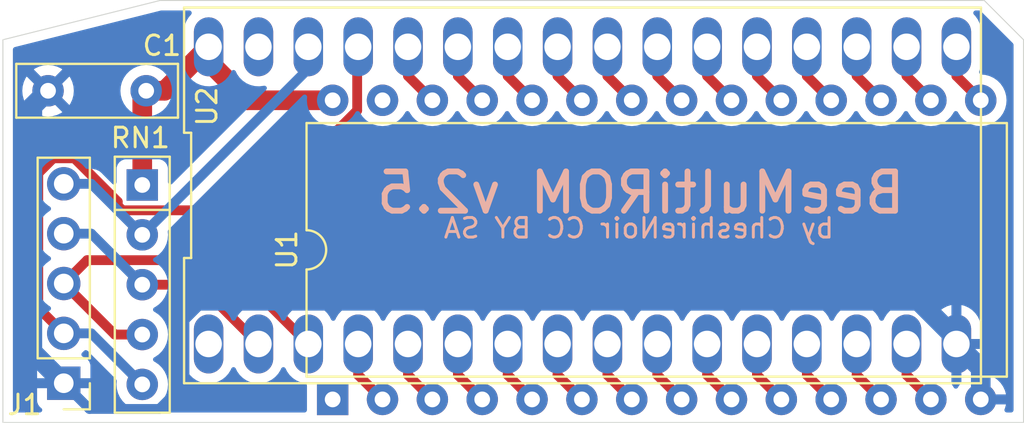
<source format=kicad_pcb>
(kicad_pcb (version 20211014) (generator pcbnew)
  (layers (0 "F.Cu" signal) (31 "B.Cu" signal) (34 "B.Paste" user) (35 "F.Paste" user) (36 "B.SilkS" user "B.Silkscreen") (37 "F.SilkS" user "F.Silkscreen") (38 "B.Mask" user) (39 "F.Mask" user) (44 "Edge.Cuts" user))
  (net 0 "")
  (net 1 "+5V")
  (net 2 "GND")
  (net 3 "Net-(J1-Pad2)")
  (net 4 "Net-(J1-Pad3)")
  (net 5 "Net-(J1-Pad4)")
  (net 6 "Net-(J1-Pad5)")
  (net 8 "Net-(U1-Pad2)")
  (net 9 "Net-(U1-Pad3)")
  (net 10 "Net-(U1-Pad4)")
  (net 11 "Net-(U1-Pad5)")
  (net 12 "Net-(U1-Pad6)")
  (net 13 "Net-(U1-Pad7)")
  (net 14 "Net-(U1-Pad8)")
  (net 15 "Net-(U1-Pad9)")
  (net 16 "Net-(U1-Pad10)")
  (net 17 "Net-(U1-Pad11)")
  (net 18 "Net-(U1-Pad12)")
  (net 19 "Net-(U1-Pad13)")
  (net 20 "Net-(U1-Pad15)")
  (net 21 "Net-(U1-Pad16)")
  (net 22 "Net-(U1-Pad17)")
  (net 23 "Net-(U1-Pad18)")
  (net 24 "Net-(U1-Pad19)")
  (net 25 "Net-(U1-Pad20)")
  (net 26 "Net-(U1-Pad21)")
  (net 27 "Net-(U1-Pad22)")
  (net 28 "Net-(U1-Pad23)")
  (net 29 "Net-(U1-Pad24)")
  (net 30 "Net-(U1-Pad25)")
  (net 31 "Net-(U1-Pad26)")
  (footprint "Package_DIP:DIP-28_W15.24mm" (layer "F.Cu") (at 129.8 140.325 90)
    (fp_text reference "U1" (at 7.62 -2.33 90) (layer "F.SilkS"))
    (fp_text value "27C128")
    (fp_line (start 14.08 34.35) (end 14.08 -1.33) (layer "F.SilkS") (width 0.12))
    (fp_line (start 1.16 -1.33) (end 1.16 34.35) (layer "F.SilkS") (width 0.12))
    (fp_line (start 6.62 -1.33) (end 1.16 -1.33) (layer "F.SilkS") (width 0.12))
    (fp_line (start 1.16 34.35) (end 14.08 34.35) (layer "F.SilkS") (width 0.12))
    (fp_line (start 14.08 -1.33) (end 8.62 -1.33) (layer "F.SilkS") (width 0.12))
    (fp_arc (start 8.62 -1.33) (mid 7.62 -0.33) (end 6.62 -1.33) (layer "F.SilkS") (width 0.12))
    (pad "1" thru_hole rect (at 0 0 90) (size 1.6 1.6) (drill 0.8) (layers *.Cu *.Mask))
    (pad "2" thru_hole oval (at 0 2.54 90) (size 1.6 1.6) (drill 0.8) (layers *.Cu *.Mask) (net 8 "Net-(U1-Pad2)"))
    (pad "3" thru_hole oval (at 0 5.08 90) (size 1.6 1.6) (drill 0.8) (layers *.Cu *.Mask) (net 9 "Net-(U1-Pad3)"))
    (pad "4" thru_hole oval (at 0 7.62 90) (size 1.6 1.6) (drill 0.8) (layers *.Cu *.Mask) (net 10 "Net-(U1-Pad4)"))
    (pad "5" thru_hole oval (at 0 10.16 90) (size 1.6 1.6) (drill 0.8) (layers *.Cu *.Mask) (net 11 "Net-(U1-Pad5)"))
    (pad "6" thru_hole oval (at 0 12.7 90) (size 1.6 1.6) (drill 0.8) (layers *.Cu *.Mask) (net 12 "Net-(U1-Pad6)"))
    (pad "7" thru_hole oval (at 0 15.24 90) (size 1.6 1.6) (drill 0.8) (layers *.Cu *.Mask) (net 13 "Net-(U1-Pad7)"))
    (pad "8" thru_hole oval (at 0 17.78 90) (size 1.6 1.6) (drill 0.8) (layers *.Cu *.Mask) (net 14 "Net-(U1-Pad8)"))
    (pad "9" thru_hole oval (at 0 20.32 90) (size 1.6 1.6) (drill 0.8) (layers *.Cu *.Mask) (net 15 "Net-(U1-Pad9)"))
    (pad "10" thru_hole oval (at 0 22.86 90) (size 1.6 1.6) (drill 0.8) (layers *.Cu *.Mask) (net 16 "Net-(U1-Pad10)"))
    (pad "11" thru_hole oval (at 0 25.4 90) (size 1.6 1.6) (drill 0.8) (layers *.Cu *.Mask) (net 17 "Net-(U1-Pad11)"))
    (pad "12" thru_hole oval (at 0 27.94 90) (size 1.6 1.6) (drill 0.8) (layers *.Cu *.Mask) (net 18 "Net-(U1-Pad12)"))
    (pad "13" thru_hole oval (at 0 30.48 90) (size 1.6 1.6) (drill 0.8) (layers *.Cu *.Mask) (net 19 "Net-(U1-Pad13)"))
    (pad "14" thru_hole oval (at 0 33.02 90) (size 1.6 1.6) (drill 0.8) (layers *.Cu *.Mask) (net 2 "GND"))
    (pad "15" thru_hole oval (at 15.24 33.02 90) (size 1.6 1.6) (drill 0.8) (layers *.Cu *.Mask) (net 20 "Net-(U1-Pad15)"))
    (pad "16" thru_hole oval (at 15.24 30.48 90) (size 1.6 1.6) (drill 0.8) (layers *.Cu *.Mask) (net 21 "Net-(U1-Pad16)"))
    (pad "17" thru_hole oval (at 15.24 27.94 90) (size 1.6 1.6) (drill 0.8) (layers *.Cu *.Mask) (net 22 "Net-(U1-Pad17)"))
    (pad "18" thru_hole oval (at 15.24 25.4 90) (size 1.6 1.6) (drill 0.8) (layers *.Cu *.Mask) (net 23 "Net-(U1-Pad18)"))
    (pad "19" thru_hole oval (at 15.24 22.86 90) (size 1.6 1.6) (drill 0.8) (layers *.Cu *.Mask) (net 24 "Net-(U1-Pad19)"))
    (pad "20" thru_hole oval (at 15.24 20.32 90) (size 1.6 1.6) (drill 0.8) (layers *.Cu *.Mask) (net 25 "Net-(U1-Pad20)"))
    (pad "21" thru_hole oval (at 15.24 17.78 90) (size 1.6 1.6) (drill 0.8) (layers *.Cu *.Mask) (net 26 "Net-(U1-Pad21)"))
    (pad "22" thru_hole oval (at 15.24 15.24 90) (size 1.6 1.6) (drill 0.8) (layers *.Cu *.Mask) (net 27 "Net-(U1-Pad22)"))
    (pad "23" thru_hole oval (at 15.24 12.7 90) (size 1.6 1.6) (drill 0.8) (layers *.Cu *.Mask) (net 28 "Net-(U1-Pad23)"))
    (pad "24" thru_hole oval (at 15.24 10.16 90) (size 1.6 1.6) (drill 0.8) (layers *.Cu *.Mask) (net 29 "Net-(U1-Pad24)"))
    (pad "25" thru_hole oval (at 15.24 7.62 90) (size 1.6 1.6) (drill 0.8) (layers *.Cu *.Mask) (net 30 "Net-(U1-Pad25)"))
    (pad "26" thru_hole oval (at 15.24 5.08 90) (size 1.6 1.6) (drill 0.8) (layers *.Cu *.Mask) (net 31 "Net-(U1-Pad26)"))
    (pad "27" thru_hole oval (at 15.24 2.54 90) (size 1.6 1.6) (drill 0.8) (layers *.Cu *.Mask))
    (pad "28" thru_hole oval (at 15.24 0 90) (size 1.6 1.6) (drill 0.8) (layers *.Cu *.Mask) (net 1 "+5V"))
  )
  (footprint "CheshBits:DIP-32_LP_FATBOY" (layer "F.Cu") (at 142.53 129.93)
    (fp_text reference "U2" (at -19.13 -4.53 90) (layer "F.SilkS"))
    (fp_text value "M27C2001")
    (fp_line (start -20.3 9.569999) (end 20.3 9.57) (layer "F.SilkS") (width 0.12))
    (fp_line (start 20.3 9.57) (end 20.3 -9.569999) (layer "F.SilkS") (width 0.12))
    (fp_line (start -19.94 -3.19) (end -19.94 3.189999) (layer "F.SilkS") (width 0.12))
    (fp_line (start -20.3 -3.19) (end -19.94 -3.19) (layer "F.SilkS") (width 0.12))
    (fp_line (start -20.3 -9.57) (end -20.3 -3.19) (layer "F.SilkS") (width 0.12))
    (fp_line (start 20.3 -9.569999) (end -20.3 -9.57) (layer "F.SilkS") (width 0.12))
    (fp_line (start -20.3 3.189999) (end -20.3 9.569999) (layer "F.SilkS") (width 0.12))
    (fp_line (start -19.94 3.189999) (end -20.3 3.189999) (layer "F.SilkS") (width 0.12))
    (pad "1" thru_hole oval (at -19.05 7.57) (size 1.5 3) (drill 1.35) (layers *.Cu *.Mask))
    (pad "2" thru_hole oval (at -16.51 7.57) (size 1.5 3) (drill 1.35) (layers *.Cu *.Mask) (net 5 "Net-(J1-Pad4)"))
    (pad "3" thru_hole oval (at -13.97 7.57) (size 1.5 3) (drill 1.35) (layers *.Cu *.Mask) (net 4 "Net-(J1-Pad3)"))
    (pad "4" thru_hole oval (at -11.43 7.57) (size 1.5 3) (drill 1.35) (layers *.Cu *.Mask) (net 8 "Net-(U1-Pad2)"))
    (pad "5" thru_hole oval (at -8.89 7.57) (size 1.5 3) (drill 1.35) (layers *.Cu *.Mask) (net 9 "Net-(U1-Pad3)"))
    (pad "6" thru_hole oval (at -6.35 7.57) (size 1.5 3) (drill 1.35) (layers *.Cu *.Mask) (net 10 "Net-(U1-Pad4)"))
    (pad "7" thru_hole oval (at -3.81 7.57) (size 1.5 3) (drill 1.35) (layers *.Cu *.Mask) (net 11 "Net-(U1-Pad5)"))
    (pad "8" thru_hole oval (at -1.27 7.57) (size 1.5 3) (drill 1.35) (layers *.Cu *.Mask) (net 12 "Net-(U1-Pad6)"))
    (pad "9" thru_hole oval (at 1.27 7.57) (size 1.5 3) (drill 1.35) (layers *.Cu *.Mask) (net 13 "Net-(U1-Pad7)"))
    (pad "10" thru_hole oval (at 3.81 7.57) (size 1.5 3) (drill 1.35) (layers *.Cu *.Mask) (net 14 "Net-(U1-Pad8)"))
    (pad "11" thru_hole oval (at 6.35 7.57) (size 1.5 3) (drill 1.35) (layers *.Cu *.Mask) (net 15 "Net-(U1-Pad9)"))
    (pad "12" thru_hole oval (at 8.89 7.57) (size 1.5 3) (drill 1.35) (layers *.Cu *.Mask) (net 16 "Net-(U1-Pad10)"))
    (pad "13" thru_hole oval (at 11.43 7.57) (size 1.5 3) (drill 1.35) (layers *.Cu *.Mask) (net 17 "Net-(U1-Pad11)"))
    (pad "14" thru_hole oval (at 13.97 7.57) (size 1.5 3) (drill 1.35) (layers *.Cu *.Mask) (net 18 "Net-(U1-Pad12)"))
    (pad "15" thru_hole oval (at 16.51 7.57) (size 1.5 3) (drill 1.35) (layers *.Cu *.Mask) (net 19 "Net-(U1-Pad13)"))
    (pad "16" thru_hole oval (at 19.05 7.57) (size 1.5 3) (drill 1.35) (layers *.Cu *.Mask) (net 2 "GND"))
    (pad "17" thru_hole oval (at 19.05 -7.57) (size 1.5 3) (drill 1.35) (layers *.Cu *.Mask) (net 20 "Net-(U1-Pad15)"))
    (pad "18" thru_hole oval (at 16.51 -7.57) (size 1.5 3) (drill 1.35) (layers *.Cu *.Mask) (net 21 "Net-(U1-Pad16)"))
    (pad "19" thru_hole oval (at 13.97 -7.57) (size 1.5 3) (drill 1.35) (layers *.Cu *.Mask) (net 22 "Net-(U1-Pad17)"))
    (pad "20" thru_hole oval (at 11.43 -7.57) (size 1.5 3) (drill 1.35) (layers *.Cu *.Mask) (net 23 "Net-(U1-Pad18)"))
    (pad "21" thru_hole oval (at 8.89 -7.57) (size 1.5 3) (drill 1.35) (layers *.Cu *.Mask) (net 24 "Net-(U1-Pad19)"))
    (pad "22" thru_hole oval (at 6.35 -7.57) (size 1.5 3) (drill 1.35) (layers *.Cu *.Mask) (net 25 "Net-(U1-Pad20)"))
    (pad "23" thru_hole oval (at 3.81 -7.57) (size 1.5 3) (drill 1.35) (layers *.Cu *.Mask) (net 26 "Net-(U1-Pad21)"))
    (pad "24" thru_hole oval (at 1.27 -7.57) (size 1.5 3) (drill 1.35) (layers *.Cu *.Mask) (net 27 "Net-(U1-Pad22)"))
    (pad "25" thru_hole oval (at -1.27 -7.57) (size 1.5 3) (drill 1.35) (layers *.Cu *.Mask) (net 28 "Net-(U1-Pad23)"))
    (pad "26" thru_hole oval (at -3.81 -7.57) (size 1.5 3) (drill 1.35) (layers *.Cu *.Mask) (net 29 "Net-(U1-Pad24)"))
    (pad "27" thru_hole oval (at -6.35 -7.57) (size 1.5 3) (drill 1.35) (layers *.Cu *.Mask) (net 30 "Net-(U1-Pad25)"))
    (pad "28" thru_hole oval (at -8.89 -7.57) (size 1.5 3) (drill 1.35) (layers *.Cu *.Mask) (net 31 "Net-(U1-Pad26)"))
    (pad "29" thru_hole oval (at -11.43 -7.57) (size 1.5 3) (drill 1.35) (layers *.Cu *.Mask) (net 3 "Net-(J1-Pad2)"))
    (pad "30" thru_hole oval (at -13.97 -7.57) (size 1.5 3) (drill 1.35) (layers *.Cu *.Mask) (net 6 "Net-(J1-Pad5)"))
    (pad "31" thru_hole oval (at -16.51 -7.57) (size 1.5 3) (drill 1.35) (layers *.Cu *.Mask))
    (pad "32" thru_hole oval (at -19.05 -7.57) (size 1.5 3) (drill 1.35) (layers *.Cu *.Mask) (net 1 "+5V"))
  )
  (footprint "Connector_PinHeader_2.54mm:PinHeader_1x05_P2.54mm_Vertical" (layer "F.Cu") (at 116.1 139.5 180)
    (fp_text reference "J1" (at 2 -1.1) (layer "F.SilkS"))
    (fp_text value "Conn_01x05")
    (fp_line (start -1.33 1.27) (end -1.33 11.49) (layer "F.SilkS") (width 0.12))
    (fp_line (start 1.33 1.27) (end 1.33 11.49) (layer "F.SilkS") (width 0.12))
    (fp_line (start -1.33 -1.33) (end 0 -1.33) (layer "F.SilkS") (width 0.12))
    (fp_line (start -1.33 0) (end -1.33 -1.33) (layer "F.SilkS") (width 0.12))
    (fp_line (start -1.33 11.49) (end 1.33 11.49) (layer "F.SilkS") (width 0.12))
    (fp_line (start -1.33 1.27) (end 1.33 1.27) (layer "F.SilkS") (width 0.12))
    (pad "1" thru_hole rect (at 0 0 180) (size 1.7 1.7) (drill 1) (layers *.Cu *.Mask) (net 2 "GND"))
    (pad "2" thru_hole oval (at 0 2.54 180) (size 1.7 1.7) (drill 1) (layers *.Cu *.Mask) (net 3 "Net-(J1-Pad2)"))
    (pad "3" thru_hole oval (at 0 5.08 180) (size 1.7 1.7) (drill 1) (layers *.Cu *.Mask) (net 4 "Net-(J1-Pad3)"))
    (pad "4" thru_hole oval (at 0 7.62 180) (size 1.7 1.7) (drill 1) (layers *.Cu *.Mask) (net 5 "Net-(J1-Pad4)"))
    (pad "5" thru_hole oval (at 0 10.16 180) (size 1.7 1.7) (drill 1) (layers *.Cu *.Mask) (net 6 "Net-(J1-Pad5)"))
  )
  (footprint "Resistor_THT:R_Array_SIP5" (layer "F.Cu") (at 120.1 129.4 -90)
    (fp_text reference "RN1" (at -2.4 0.1 180) (layer "F.SilkS"))
    (fp_text value "10k x 4")
    (fp_line (start 1.27 -1.4) (end 1.27 1.4) (layer "F.SilkS") (width 0.12))
    (fp_line (start 11.6 -1.4) (end -1.44 -1.4) (layer "F.SilkS") (width 0.12))
    (fp_line (start -1.44 1.4) (end 11.6 1.4) (layer "F.SilkS") (width 0.12))
    (fp_line (start 11.6 1.4) (end 11.6 -1.4) (layer "F.SilkS") (width 0.12))
    (fp_line (start -1.44 -1.4) (end -1.44 1.4) (layer "F.SilkS") (width 0.12))
    (pad "1" thru_hole rect (at 0 0 270) (size 1.6 1.6) (drill 0.8) (layers *.Cu *.Mask) (net 1 "+5V"))
    (pad "2" thru_hole oval (at 2.54 0 270) (size 1.6 1.6) (drill 0.8) (layers *.Cu *.Mask) (net 6 "Net-(J1-Pad5)"))
    (pad "3" thru_hole oval (at 5.08 0 270) (size 1.6 1.6) (drill 0.8) (layers *.Cu *.Mask) (net 5 "Net-(J1-Pad4)"))
    (pad "4" thru_hole oval (at 7.62 0 270) (size 1.6 1.6) (drill 0.8) (layers *.Cu *.Mask) (net 4 "Net-(J1-Pad3)"))
    (pad "5" thru_hole oval (at 10.16 0 270) (size 1.6 1.6) (drill 0.8) (layers *.Cu *.Mask) (net 3 "Net-(J1-Pad2)"))
  )
  (footprint "Capacitor_THT:C_Disc_D8.0mm_W2.5mm_P5.00mm" (layer "F.Cu") (at 120.3 124.6 180)
    (fp_text reference "C1" (at -0.8 2.3) (layer "F.SilkS"))
    (fp_text value "0.1uF")
    (fp_line (start -1.62 1.37) (end 6.62 1.37) (layer "F.SilkS") (width 0.12))
    (fp_line (start -1.62 -1.37) (end 6.62 -1.37) (layer "F.SilkS") (width 0.12))
    (fp_line (start -1.62 -1.37) (end -1.62 1.37) (layer "F.SilkS") (width 0.12))
    (fp_line (start 6.62 -1.37) (end 6.62 1.37) (layer "F.SilkS") (width 0.12))
    (pad "1" thru_hole circle (at 0 0 180) (size 1.6 1.6) (drill 0.8) (layers *.Cu *.Mask) (net 1 "+5V"))
    (pad "2" thru_hole circle (at 5 0 180) (size 1.6 1.6) (drill 0.8) (layers *.Cu *.Mask) (net 2 "GND"))
  )
  (gr_poly (pts (xy 165 122) (xy 165 141.5) (xy 113 141.5) (xy 113 122) (xy 121 120) (xy 163 120)) (layer "Edge.Cuts") (width 0.05) (fill none))
  (gr_text "BeeMultiROM v2.5" (at 145.5 129.8) (layer "B.SilkS") (effects (font (size 2 2) (thickness 0.3)) (justify mirror)))
  (gr_text "by CheshireNoir CC BY SA" (at 145.4 131.6) (layer "B.SilkS") (effects (font (size 1 1)) (justify mirror)))
  (segment (start 123.48 123.11) (end 123.48 122.36) (width 1) (layer "F.Cu") (net 1))
  (segment (start 125.455 125.085) (end 123.48 123.11) (width 1) (layer "F.Cu") (net 1))
  (segment (start 120.3 124.6) (end 121.24 124.6) (width 1) (layer "F.Cu") (net 1))
  (segment (start 120.1 129.4) (end 120.1 124.8) (width 1) (layer "F.Cu") (net 1))
  (segment (start 120.1 124.8) (end 120.3 124.6) (width 1) (layer "F.Cu") (net 1))
  (segment (start 129.8 125.085) (end 125.455 125.085) (width 1) (layer "F.Cu") (net 1))
  (segment (start 121.24 124.6) (end 123.48 122.36) (width 1) (layer "F.Cu") (net 1))
  (segment (start 161.58 137.24007) (end 161.58 137.5) (width 1) (layer "B.Cu") (net 2))
  (segment (start 114.500001 125.399999) (end 114.500001 137.900001) (width 1) (layer "B.Cu") (net 2))
  (segment (start 115.3 124.6) (end 114.500001 125.399999) (width 1) (layer "B.Cu") (net 2))
  (segment (start 117.409511 140.809511) (end 116.1 139.5) (width 0.5) (layer "B.Cu") (net 2))
  (segment (start 120.971119 140.809511) (end 117.409511 140.809511) (width 0.5) (layer "B.Cu") (net 2))
  (segment (start 122.88007 135.3) (end 159.63993 135.3) (width 1) (layer "B.Cu") (net 2))
  (segment (start 162.82 140.325) (end 162.82 138.74) (width 1) (layer "B.Cu") (net 2))
  (segment (start 122 136.18007) (end 122.88007 135.3) (width 1) (layer "B.Cu") (net 2))
  (segment (start 162.82 138.74) (end 161.58 137.5) (width 1) (layer "B.Cu") (net 2))
  (segment (start 159.63993 135.3) (end 161.58 137.24007) (width 1) (layer "B.Cu") (net 2))
  (segment (start 114.500001 137.900001) (end 116.1 139.5) (width 1) (layer "B.Cu") (net 2))
  (segment (start 122 139.78063) (end 122 136.18007) (width 1) (layer "B.Cu") (net 2))
  (segment (start 122 139.78063) (end 120.971119 140.809511) (width 0.5) (layer "B.Cu") (net 2))
  (segment (start 116.640489 128.040489) (end 118.850489 130.250489) (width 0.5) (layer "F.Cu") (net 3))
  (segment (start 118.850489 130.450489) (end 119.090489 130.690489) (width 0.5) (layer "F.Cu") (net 3))
  (segment (start 119.090489 130.690489) (end 125.961587 130.690489) (width 0.5) (layer "F.Cu") (net 3))
  (segment (start 118.850489 130.250489) (end 118.850489 130.450489) (width 0.5) (layer "F.Cu") (net 3))
  (segment (start 131.049511 122.410489) (end 131.1 122.36) (width 0.5) (layer "F.Cu") (net 3))
  (segment (start 114.800489 128.801724) (end 115.561724 128.040489) (width 0.5) (layer "F.Cu") (net 3))
  (segment (start 115.561724 128.040489) (end 116.640489 128.040489) (width 0.5) (layer "F.Cu") (net 3))
  (segment (start 125.961587 130.690489) (end 131.049511 125.602565) (width 0.5) (layer "F.Cu") (net 3))
  (segment (start 114.800489 135.660489) (end 114.800489 128.801724) (width 0.5) (layer "F.Cu") (net 3))
  (segment (start 131.049511 125.602565) (end 131.049511 122.410489) (width 0.5) (layer "F.Cu") (net 3))
  (segment (start 116.1 136.96) (end 114.800489 135.660489) (width 0.5) (layer "F.Cu") (net 3))
  (segment (start 117.5 136.96) (end 120.1 139.56) (width 0.5) (layer "B.Cu") (net 3))
  (segment (start 116.1 136.96) (end 117.5 136.96) (width 0.5) (layer "B.Cu") (net 3))
  (segment (start 128.56 137.5) (end 124.290489 133.230489) (width 0.5) (layer "F.Cu") (net 4))
  (segment (start 116.1 134.42) (end 118.7 137.02) (width 0.5) (layer "F.Cu") (net 4))
  (segment (start 124.290489 133.230489) (end 117.289511 133.230489) (width 0.5) (layer "F.Cu") (net 4))
  (segment (start 118.7 137.02) (end 120.1 137.02) (width 0.5) (layer "F.Cu") (net 4))
  (segment (start 117.289511 133.230489) (end 116.1 134.42) (width 0.5) (layer "F.Cu") (net 4))
  (segment (start 123 134.48) (end 120.1 134.48) (width 0.5) (layer "F.Cu") (net 5))
  (segment (start 126.02 137.5) (end 123 134.48) (width 0.5) (layer "F.Cu") (net 5))
  (segment (start 116.1 131.88) (end 117.5 131.88) (width 0.5) (layer "B.Cu") (net 5))
  (segment (start 117.5 131.88) (end 120.1 134.48) (width 0.5) (layer "B.Cu") (net 5))
  (segment (start 128.56 123.48) (end 120.1 131.94) (width 0.5) (layer "B.Cu") (net 6))
  (segment (start 117.5 129.34) (end 120.1 131.94) (width 0.5) (layer "B.Cu") (net 6))
  (segment (start 116.1 129.34) (end 117.5 129.34) (width 0.5) (layer "B.Cu") (net 6))
  (segment (start 128.56 122.36) (end 128.56 123.48) (width 0.5) (layer "B.Cu") (net 6))
  (segment (start 131.1 139.085) (end 132.34 140.325) (width 0.5) (layer "F.Cu") (net 8))
  (segment (start 131.1 137.5) (end 131.1 139.085) (width 0.5) (layer "F.Cu") (net 8))
  (segment (start 133.64 139.085) (end 134.88 140.325) (width 0.5) (layer "F.Cu") (net 9))
  (segment (start 133.64 137.5) (end 133.64 139.085) (width 0.5) (layer "F.Cu") (net 9))
  (segment (start 136.18 139.085) (end 137.42 140.325) (width 0.5) (layer "F.Cu") (net 10))
  (segment (start 136.18 137.5) (end 136.18 139.085) (width 0.5) (layer "F.Cu") (net 10))
  (segment (start 138.72 137.5) (end 138.72 139.085) (width 0.5) (layer "F.Cu") (net 11))
  (segment (start 138.72 139.085) (end 139.96 140.325) (width 0.5) (layer "F.Cu") (net 11))
  (segment (start 141.26 139.085) (end 142.5 140.325) (width 0.5) (layer "F.Cu") (net 12))
  (segment (start 141.26 137.5) (end 141.26 139.085) (width 0.5) (layer "F.Cu") (net 12))
  (segment (start 143.8 137.5) (end 143.8 139.085) (width 0.5) (layer "F.Cu") (net 13))
  (segment (start 143.8 139.085) (end 145.04 140.325) (width 0.5) (layer "F.Cu") (net 13))
  (segment (start 146.34 137.5) (end 146.34 139.085) (width 0.5) (layer "F.Cu") (net 14))
  (segment (start 146.34 139.085) (end 147.58 140.325) (width 0.5) (layer "F.Cu") (net 14))
  (segment (start 148.88 137.5) (end 148.88 139.085) (width 0.5) (layer "F.Cu") (net 15))
  (segment (start 148.88 139.085) (end 150.12 140.325) (width 0.5) (layer "F.Cu") (net 15))
  (segment (start 151.42 139.085) (end 152.66 140.325) (width 0.5) (layer "F.Cu") (net 16))
  (segment (start 151.42 137.5) (end 151.42 139.085) (width 0.5) (layer "F.Cu") (net 16))
  (segment (start 153.96 137.5) (end 153.96 139.085) (width 0.5) (layer "F.Cu") (net 17))
  (segment (start 153.96 139.085) (end 155.2 140.325) (width 0.5) (layer "F.Cu") (net 17))
  (segment (start 156.5 137.5) (end 156.5 139.085) (width 0.5) (layer "F.Cu") (net 18))
  (segment (start 156.5 139.085) (end 157.74 140.325) (width 0.5) (layer "F.Cu") (net 18))
  (segment (start 159.04 139.085) (end 160.28 140.325) (width 0.5) (layer "F.Cu") (net 19))
  (segment (start 159.04 137.5) (end 159.04 139.085) (width 0.5) (layer "F.Cu") (net 19))
  (segment (start 161.58 122.36) (end 161.58 123.845) (width 0.5) (layer "F.Cu") (net 20))
  (segment (start 161.58 123.845) (end 162.82 125.085) (width 0.5) (layer "F.Cu") (net 20))
  (segment (start 159.04 122.36) (end 159.04 123.845) (width 0.5) (layer "F.Cu") (net 21))
  (segment (start 159.04 123.845) (end 160.28 125.085) (width 0.5) (layer "F.Cu") (net 21))
  (segment (start 156.5 123.845) (end 157.74 125.085) (width 0.5) (layer "F.Cu") (net 22))
  (segment (start 156.5 122.36) (end 156.5 123.845) (width 0.5) (layer "F.Cu") (net 22))
  (segment (start 153.96 123.845) (end 155.2 125.085) (width 0.5) (layer "F.Cu") (net 23))
  (segment (start 153.96 122.36) (end 153.96 123.845) (width 0.5) (layer "F.Cu") (net 23))
  (segment (start 151.42 123.845) (end 152.66 125.085) (width 0.5) (layer "F.Cu") (net 24))
  (segment (start 151.42 122.36) (end 151.42 123.845) (width 0.5) (layer "F.Cu") (net 24))
  (segment (start 148.88 123.845) (end 150.12 125.085) (width 0.5) (layer "F.Cu") (net 25))
  (segment (start 148.88 122.36) (end 148.88 123.845) (width 0.5) (layer "F.Cu") (net 25))
  (segment (start 146.34 122.36) (end 146.34 123.845) (width 0.5) (layer "F.Cu") (net 26))
  (segment (start 146.34 123.845) (end 147.58 125.085) (width 0.5) (layer "F.Cu") (net 26))
  (segment (start 143.8 122.36) (end 143.8 123.845) (width 0.5) (layer "F.Cu") (net 27))
  (segment (start 143.8 123.845) (end 145.04 125.085) (width 0.5) (layer "F.Cu") (net 27))
  (segment (start 141.26 123.845) (end 142.5 125.085) (width 0.5) (layer "F.Cu") (net 28))
  (segment (start 141.26 122.36) (end 141.26 123.845) (width 0.5) (layer "F.Cu") (net 28))
  (segment (start 138.72 123.845) (end 139.96 125.085) (width 0.5) (layer "F.Cu") (net 29))
  (segment (start 138.72 122.36) (end 138.72 123.845) (width 0.5) (layer "F.Cu") (net 29))
  (segment (start 136.18 123.845) (end 137.42 125.085) (width 0.5) (layer "F.Cu") (net 30))
  (segment (start 136.18 122.36) (end 136.18 123.845) (width 0.5) (layer "F.Cu") (net 30))
  (segment (start 133.64 122.36) (end 133.64 123.845) (width 0.5) (layer "F.Cu") (net 31))
  (segment (start 133.64 123.845) (end 134.88 125.085) (width 0.5) (layer "F.Cu") (net 31))
  (zone (net 2) (net_name "GND") (layer "B.Cu") (connect_pads (clearance 0.508)) (min_thickness 0.254) (fill yes (thermal_gap 0.508) (thermal_bridge_width 0.508))
    (polygon (pts (xy 164.9 122.1) (xy 164.9 141.4) (xy 113.1 141.4) (xy 113.1 122.1) (xy 121 120.1) (xy 162.9 120.1)))
  )
)
</source>
